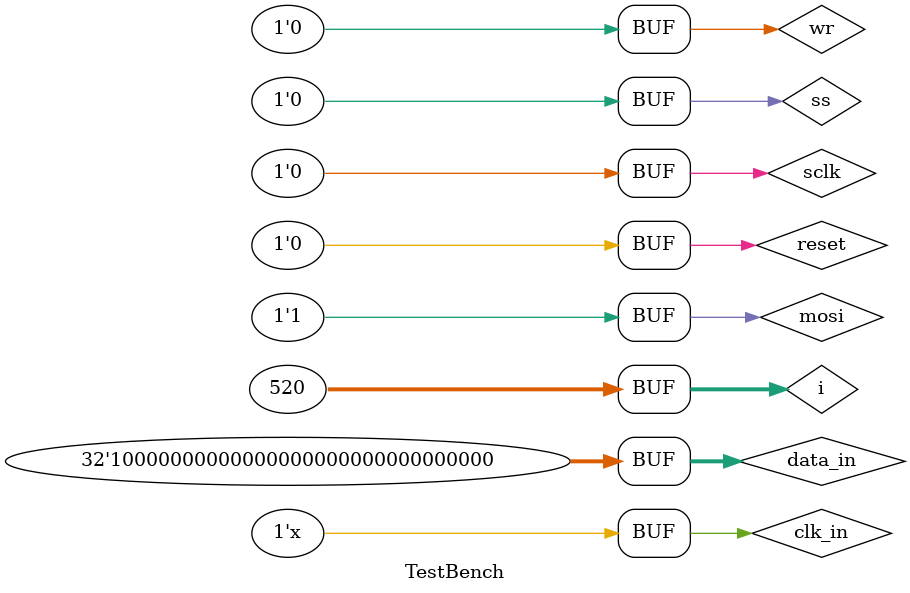
<source format=v>
`timescale 1ns/ 1ns

module TestBench;
	reg clk_in;
	reg reset;
	reg ss;
	reg mosi;
	reg sclk;
	wire [31:0] data_out;
	reg [31:0] data_in;
	reg wr;
	wire full_led;
	wire empty_led;
	
	integer i;
	
	spi_block U0(
		.clk(clk_in),
		.rst(reset),
		.ss(ss),
		.sclk(sclk),
		.mosi(mosi),
		.wr(wr),
		.data_in(data_in),
		.data_out(data_out),
		.full_alarm_led(full_led),
		.empty_alarm_led(empty_led)
	);
	
	initial begin
		clk_in <= 0;
		reset <= 0;
		sclk <= 0;
		ss <= 1;
		mosi <= 0;
		data_in <= 0;
		wr <= 0;
	end

	always #2 begin
		clk_in <= ~clk_in;
	end

	initial begin
		#110
		reset <= 1;
		#110
		reset <= 0;
		#50
		ss <= 0;
		#90
		sclk <= 1;
		#50
		sclk <= 0;
		#50
		sclk <= 1; 
		#50
		sclk <= 0;
		#50
		sclk <= 1; 
		#50
		sclk <= 0;
		#10
		mosi <= 1;
		#50
		sclk <= 1; 
		#50
		sclk <= 0;
		#50
		sclk <= 1; 
		#50
		sclk <= 0;
		#50
		sclk <= 1; 
		#50
		sclk <= 0;
		#50
		sclk <= 1; 
		#50
		sclk <= 0;
		#50
		sclk <= 1; 
		#50
		sclk <= 0;
		#90
//		ss <= 1;
		ss <= 0;

		#50
		ss <= 0;
		#90
		sclk <= 1;
		#50
		sclk <= 0;
		#50
		sclk <= 1; 
		#50
		sclk <= 0;
		#50
		sclk <= 1; 
		#50
		sclk <= 0;
		#10
		mosi <= 1;
		#50
		sclk <= 1; 
		#50
		sclk <= 0;
		#10
		mosi <= 0;
		#50
		sclk <= 1; 
		#50
		sclk <= 0;
		#50
		sclk <= 1; 
		#50
		sclk <= 0;
		#10
		mosi <= 1;
		#50
		sclk <= 1; 
		#50
		sclk <= 0;
		#50
		sclk <= 1; 
		#50
		sclk <= 0;
		#90
		ss <= 0;

		for (i = 0; i < 520; i = i + 1) begin
			#50
			ss <= 0;
			#90
			sclk <= 1;
			#50
			sclk <= 0;
			#50
			sclk <= 1; 
			#50
			sclk <= 0;
			#50
			sclk <= 1; 
			#50
			sclk <= 0;
			#10
			mosi <= 1;
			#50
			sclk <= 1; 
			#50
			sclk <= 0;
			#10
			mosi <= 0;
			#50
			sclk <= 1; 
			#50
			sclk <= 0;
			#50
			sclk <= 1; 
			#50
			sclk <= 0;
			#10
			mosi <= 1;
			#50
			sclk <= 1; 
			#50
			sclk <= 0;
			#50
			sclk <= 1; 
			#50
			sclk <= 0;
			#90
			ss <= 0;
		end


		
		#70
		data_in <= 32'h0;
		#22
		wr <= 1;
		#4
		wr <= 0;
		#20
		data_in <= 32'h80000000;
		#20
		wr <= 1;
		#4
		wr <= 0;
		#20
		wr <= 1;
		#4
		wr <= 0;
		
		
	end
	
endmodule		

</source>
